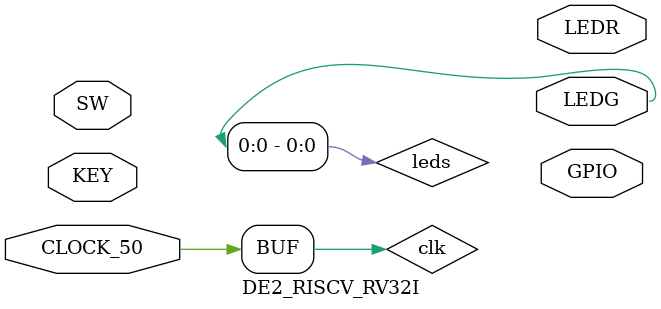
<source format=v>


module DE2_RISCV_RV32I(

	//////////// CLOCK //////////
	input 		          		CLOCK_50,
//	input 		          		CLOCK2_50,
//	input 		          		CLOCK3_50,

	//////////// LED //////////
	output		     [8:0]		LEDG,
	output		    [17:0]		LEDR,

	//////////// KEY //////////
	input 		     [3:0]		KEY,

	//////////// SW //////////
	input 		    [17:0]		SW,

	//////////// SEG7 //////////
//	output		     [6:0]		HEX0,
//	output		     [6:0]		HEX1,
//	output		     [6:0]		HEX2,
//	output		     [6:0]		HEX3,
//	output		     [6:0]		HEX4,
//	output		     [6:0]		HEX5,
//	output		     [6:0]		HEX6,
//	output		     [6:0]		HEX7,

	//////////// RS232 //////////
//	input 		          		UART_CTS,
//	output		          		UART_RTS,
//	input 		          		UART_RXD,
//	output		          		UART_TXD,

	//////////// PS2 for Keyboard and Mouse //////////
//	inout 		          		PS2_CLK,
//	inout 		          		PS2_CLK2,
//	inout 		          		PS2_DAT,
//	inout 		          		PS2_DAT2,

	//////////// VGA //////////
//	output		     [7:0]		VGA_B,
//	output		          		VGA_BLANK_N,
//	output		          		VGA_CLK,
//	output		     [7:0]		VGA_G,
//	output		          		VGA_HS,
//	output		     [7:0]		VGA_R,
//	output		          		VGA_SYNC_N,
//	output		          		VGA_VS,

	//////////// SRAM //////////
//	output		    [19:0]		SRAM_ADDR,
//	output		          		SRAM_CE_N,
//	inout 		    [15:0]		SRAM_DQ,
//	output		          		SRAM_LB_N,
//	output		          		SRAM_OE_N,
//	output		          		SRAM_UB_N,
//	output		          		SRAM_WE_N,

	//////////// GPIO, GPIO connect to GPIO Default //////////
	output 		    [35:0]		GPIO
);


//module riscv_cpu(input clk,
//input reset,
//output reg[3:0] ledss,
//output reg[7:0] sg,
//output reg[3:0] digclk=4'b0000
//
//);

assign clk = CLOCK_50;
assign reset = ~KEY[0];			// NOT USED AT THE MOMENT
assign leds = LEDG[3:0];


// STATE OF THE CPU
reg[31:0] registers[0:31];	//cpu registers
reg[31:0] pc=0;				//program counter


// THESE ARE AUX REGISTERS
//reg[6:0] opcode;
reg[10:0] load=0;
reg[4:0] rd_load=0;
reg store=0;
reg[31:0] storeloadaddr=0;
reg[31:0] ram_din=0;

// THESE ARE JUST WIRES 
wire[31:0] ram_dout;
wire[11:0] imm;  
wire[11:0] imms; 
wire[11:0] immc; 
wire[11:0] immlui;
wire[4:0] rd;
wire[4:0] rs1;
wire[4:0] rs2;
wire[7:0] tmpof8;
wire[15:0] tmpof16;
wire[19:0] imm20;
wire[31:0] address;
wire wr_enable;
wire[2:0] func3;
wire[6:0] func7;

// REGISTERS WILL BE A SMALL RAM INSIDE THE CPU
// WE WANT THEM TO BE INITIALIZED TO ZERO AT STARTUP
initial
begin
	registers[ 0]=0;	registers[ 1]=0;	registers[ 2]=0;	registers[ 3]=0;
	registers[ 4]=0;	registers[ 5]=0;	registers[ 6]=0;	registers[ 7]=0;
	registers[ 8]=0;	registers[ 9]=0;	registers[10]=0;	registers[11]=0;
	registers[12]=0;	registers[13]=0;	registers[14]=0;	registers[15]=0;
	registers[16]=0;	registers[17]=0;	registers[18]=0;	registers[19]=0;
	registers[20]=0;	registers[21]=0;	registers[22]=0;	registers[23]=0;
	registers[24]=0;	registers[25]=0;	registers[26]=0;	registers[27]=0;
	registers[28]=0;	registers[29]=0;	registers[30]=0;	registers[31]=0;
end

//THIS IS OUR MAIN MEMORY
sram ram(.addr(address),
			.clk(clk),
			.data_in(ram_din),
			.we(wr_enable),
			.data_out(ram_dout)
			); //
			
assign rd 		= ram_dout[11:7];
assign tmpof8	= ram_dout & 8'hff;
assign tmpof16	= ram_dout & 16'hffff;

assign address 	= (load || store) ? storeloadaddr : pc>>>2;
assign wr_enable	= store;

assign rs1		= ram_dout[19:15];
assign rs2		= ram_dout[24:20];
assign imms		= {ram_dout[31:25],ram_dout[11:7]};
assign immc		= {ram_dout[31],ram_dout[7],ram_dout[30:25],ram_dout[11:8]};
assign imm		= ram_dout[31:20];
assign imm20	= {ram_dout[31],ram_dout[19:12],ram_dout[20],ram_dout[30:21]};
assign immlui	= ram_dout[31:12];
assign func3	= ram_dout[14:12];
assign func7	= ram_dout[31:25];

always @(negedge clk)
begin

	// PART-1
	// if the "previous" instruction was load data from memory  
	if(load)
	begin
			
			case(load)
					8:registers[rd_load]		<= {{24{tmpof8[7]}},tmpof8};
					16:registers[rd_load]	<= {{16{tmpof16[15]}},tmpof16};	
					32:registers[rd_load]	<= ram_dout;
					81:registers[rd_load]	<= ram_dout & 8'hff;
					161:registers[rd_load]	<= ram_dout & 16'hffff;
			endcase
			load	<= 0;
			pc		<= pc+4;
			 
	end

	// PART-2
	// if the "previous" instruction was store data in memory
	else if(store)
	begin
		store		<= 0;
		pc			<= pc+4;
	end

	// PART-3
	// "previous" of opcode is not store or load 
	else 
	begin
	 
		case(ram_dout[6:0])
		
			//Load Instructions   
			7'b0000011:begin
					 rd_load 		<= ram_dout[11:7];
					 storeloadaddr	<=	{{{20{imm[11]}}},imm} + registers[rs1];
					 case(func3)
						 //LB
						 3'b000:load<=8;
						 //LH		 
						 3'b001:load<=16;
						 //LW
						 3'b010:load<=32;
						 //LBU
						 3'b100:load<=81;
						 //LHU
						 3'b101:load<=161;		
					 endcase
			end
				 				 
			//Store Instructions
			7'b0100011:begin				 
					storeloadaddr	<=	{{{20{imms[11]}}},imms} + registers[rs1];
					store 			<= 1;
					case(func3)
						 //SB
						 3'b000:ram_din<=registers[rs2]&'hff;
						 //SH
						 3'b001:ram_din<=registers[rs2]&'hffff;
						 //SW
						 3'b010:ram_din<=registers[rs2];
					endcase
			end
		
/* ===================================================================================================== */			
			
			//Integer Register-Immediate Instructions
			7'b0010011:begin
					 case(func3)
							//ADDI
							3'b000:registers[rd] <=	{{20{imm[11]}},imm} + registers[rs1];
							//SLTI
							3'b010:registers[rd] <=	$signed(registers[rs1]) < $signed({{20{imm[11]}},imm});
							//SLTIU
							3'b011:registers[rd] <=	registers[rs1] < {{20{imm[11]}},imm};
							//XORI
							3'b100:registers[rd] <=	registers[rs1] ^ {{20{imm[11]}},imm};      		 
							//ORI
							3'b110:registers[rd] <=	registers[rs1] | {{20{imm[11]}},imm};
							//ANDI
							3'b111:registers[rd] <=	registers[rs1] & {{20{imm[11]}},imm};
							//SLLI
							3'b001:registers[rd] <=	registers[rs1] << imm[4:0];
							//SRLI,SRAI
							3'b101:
							case(imm[11:7])
									 //SRLI
									 7'b0000000:registers[rd] <= registers[rs1] >> imm[4:0];
									 //SRAI
									 7'b0001000:registers[rd] <= registers[rs1] >>> imm[4:0];
							endcase
					 endcase
					 
					 pc<=pc+4;		
			end
			
			//LUI
			7'b0110111:begin
					
				 registers[rd] <= immlui<<12;
				 
				 pc<=pc+4;		 
			end
			
			//AUIPC
			7'b0010111:begin
				 
				registers[rd] <= pc + (immlui<<12);
				
				pc<=pc+4;	
			end
			
			//Integer Register-Register Operations
			7'b0110011:begin
			 
				case(func3)
					
					//ADD,SUB
					3'b000:
						  case(func7)	
								7'b0000000:registers[rd] <= registers[rs1] + registers[rs2];
								7'b0100000:registers[rd] <= registers[rs1] - registers[rs2];	
						  endcase
					
					//SLL
					3'b001:registers[rd] <= registers[rs1] << registers[rs2];

					//SLT
					3'b010:registers[rd] <= $signed(registers[rs1]) < $signed(registers[rs2]);

					//SLTU
					3'b011:registers[rd]<=registers[rs1] < registers[rs2];
					
					//XOR
					3'b100:registers[rd]<=registers[rs1] ^ registers[rs2];
					
					//SRL,SRA 
					3'b101:
						 case(func7)
					
							//SRL
							7'b0000000:registers[rd] <= registers[rs1] >> registers[rs2];
							//SRA
							7'b0100000:registers[rd] <= registers[rs1] >>> registers[rs2];
							//default:i<=0;
						 endcase	
						 
					//OR
					3'b110:registers[rd]<=registers[rs1] | registers[rs2]  ;

					//AND
					3'b111:registers[rd]<=registers[rs1] & registers[rs2]  ;
					//default: i<=0;
					
				endcase
				
				pc<=pc+4;
			end
				
			//JAL
			7'b1101111:begin
					if(rd)
					  registers[rd]<=pc+4;
					  
					pc <= pc + ({{11{imm20[19]}},imm20,1'b0});	  
					
			end
			
			//JALR
			7'b1100111:begin
				
				 if(rd)
					  registers[rd]<=pc+4;
					  
				 pc <= ($signed(registers[rs1])+$signed({{20{imm[11]}},imm})) & 'hfffffffe;	
				
			end
			  					
		  //Conditional Branches   
			7'b1100011:begin 
			
				 case(func3)
				 				
					  //BGE
					 3'b101: 
								if($signed(registers[rs1])>=$signed(registers[rs2]))
									 pc<=pc+{{19{immc[11]}},immc,1'b0};
								else pc<=pc+4;
								
					 //BEQ
					 3'b000:
								if(registers[rs1]==registers[rs2])
									pc<=pc+{{19{imm[11]}},imm,1'b0};
								else pc<=pc+4;
						 
					 //BNE
					 3'b001:
								if(registers[rs1]!=registers[rs2])
												pc<=pc+{{19{imm[11]}},imm,1'b0};
									else pc<=pc+4;
					 					 
					 //BLT
					 3'b100:
								if($signed(registers[rs1])<$signed(registers[rs2]))
												 pc<=pc+{{19{imm[11]}},imm,1'b0};
								else pc<=pc+4;
					 
					 //BLTU
					 3'b110:
								if(registers[rs1]<registers[rs2])
												pc<=pc+{{19{imm[11]}},imm,1'b0};
										else pc<=pc+4;
					 
					 //BGEU
					 3'b111:
								if(registers[rs1]>=registers[rs2])
												pc<=pc+{{19{imm[11]}},imm,1'b0};
								else pc<=pc+4;
					 
				endcase
			end 
				 
		endcase /* case of PART-3*/

	end /* if PART-3 */
	
end /* always clk */
 
endmodule



</source>
